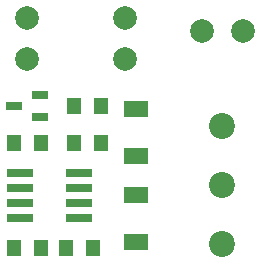
<source format=gts>
%FSLAX34Y34*%
G04 Gerber Fmt 3.4, Leading zero omitted, Abs format*
G04 (created by PCBNEW (2014-01-30 BZR 4648)-product) date Thu Feb 27 15:46:25 2014*
%MOIN*%
G01*
G70*
G90*
G04 APERTURE LIST*
%ADD10C,0.013780*%
%ADD11R,0.085433X0.028346*%
%ADD12C,0.086614*%
%ADD13R,0.050000X0.055000*%
%ADD14R,0.053150X0.028346*%
%ADD15C,0.078740*%
%ADD16R,0.078740X0.057087*%
G04 APERTURE END LIST*
G54D10*
G54D11*
X3115Y3625D03*
X1134Y3625D03*
X3115Y3125D03*
X3115Y2625D03*
X3115Y2125D03*
X1134Y3125D03*
X1134Y2625D03*
X1134Y2125D03*
G54D12*
X7875Y1281D03*
X7875Y3250D03*
X7875Y5218D03*
G54D13*
X925Y4625D03*
X1825Y4625D03*
X3825Y4625D03*
X2925Y4625D03*
G54D14*
X1798Y6249D03*
X1798Y5500D03*
X951Y5875D03*
G54D15*
X1375Y8813D03*
X1375Y7436D03*
X8563Y8375D03*
X7186Y8375D03*
G54D13*
X2925Y5875D03*
X3825Y5875D03*
X2675Y1125D03*
X3575Y1125D03*
X1825Y1125D03*
X925Y1125D03*
G54D15*
X4625Y8813D03*
X4625Y7436D03*
G54D16*
X5000Y4222D03*
X5000Y5777D03*
X5000Y1347D03*
X5000Y2902D03*
M02*

</source>
